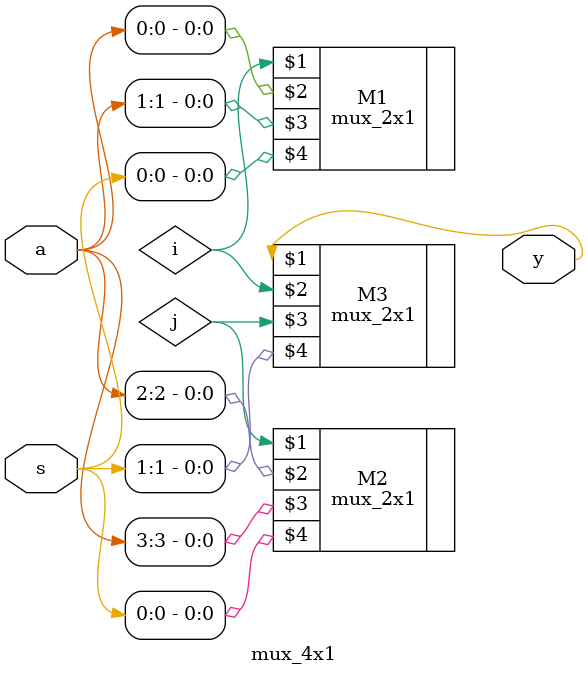
<source format=v>
`include "mux_2x1.v"

module mux_4x1 (
    output y,
    input [3:0] a,
    input [1:0] s

);
    wire i, j;
    mux_2x1 M1(i, a[0], a[1], s[0]);
    mux_2x1 M2(j, a[2], a[3], s[0]);
    mux_2x1 M3(y, i, j, s[1]);

endmodule
</source>
